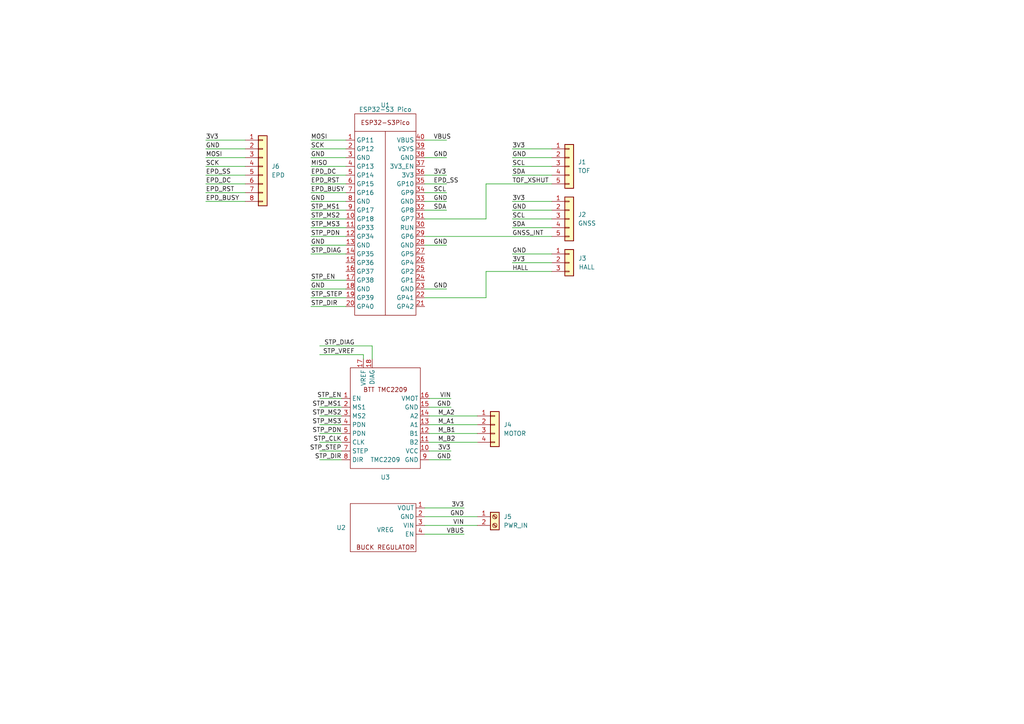
<source format=kicad_sch>
(kicad_sch (version 20230121) (generator eeschema)
  (paper "A4")
  (lib_symbols
    (symbol "Akbar:BTT_TMC2209"
      (property "Reference" "U" (at 0 0 0))
      (symbol "BTT_TMC2209_0_1"
        (rectangle (start -10.16 2.54) (end 10.16 -26.67))
      )
      (symbol "BTT_TMC2209_1_1"
        (text "BTT TMC2209\n" (at 0 -3.81 0) (effects (font (size 1.27 1.27))))
        (pin input line (at -12.7 -6.35 0) (length 2.54) (name "EN") (number "1"))
        (pin power_in line (at 12.7 -21.59 180) (length 2.54) (name "VCC") (number "10"))
        (pin power_out line (at 12.7 -19.05 180) (length 2.54) (name "B2") (number "11"))
        (pin power_out line (at 12.7 -16.51 180) (length 2.54) (name "B1") (number "12"))
        (pin power_out line (at 12.7 -13.97 180) (length 2.54) (name "A1") (number "13"))
        (pin power_out line (at 12.7 -11.43 180) (length 2.54) (name "A2") (number "14"))
        (pin power_in line (at 12.7 -8.89 180) (length 2.54) (name "GND") (number "15"))
        (pin power_in line (at 12.7 -6.35 180) (length 2.54) (name "VMOT") (number "16"))
        (pin output line (at -6.35 5.08 270) (length 2.54) (name "VREF") (number "17"))
        (pin output line (at -3.81 5.08 270) (length 2.54) (name "DIAG") (number "18"))
        (pin input line (at -12.7 -8.89 0) (length 2.54) (name "MS1") (number "2"))
        (pin input line (at -12.7 -11.43 0) (length 2.54) (name "MS2") (number "3"))
        (pin input line (at -12.7 -13.97 0) (length 2.54) (name "PDN") (number "4"))
        (pin input line (at -12.7 -16.51 0) (length 2.54) (name "PDN") (number "5"))
        (pin input line (at -12.7 -19.05 0) (length 2.54) (name "CLK") (number "6"))
        (pin input line (at -12.7 -21.59 0) (length 2.54) (name "STEP") (number "7"))
        (pin input line (at -12.7 -24.13 0) (length 2.54) (name "DIR") (number "8"))
        (pin power_in line (at 12.7 -24.13 180) (length 2.54) (name "GND") (number "9"))
      )
    )
    (symbol "Akbar:Buck_Regulator"
      (property "Reference" "U" (at 0 0 0))
      (symbol "Buck_Regulator_0_1"
        (rectangle (start -8.89 6.35) (end 10.16 -7.62))
      )
      (symbol "Buck_Regulator_1_1"
        (text "BUCK REGULATOR" (at 0 5.08 0) (effects (font (size 1.27 1.27))))
        (pin power_out line (at -11.43 -6.35 0) (length 2.54) (name "VOUT") (number "1"))
        (pin power_in line (at -11.43 -3.81 0) (length 2.54) (name "GND") (number "2"))
        (pin power_in line (at -11.43 -1.27 0) (length 2.54) (name "VIN") (number "3"))
        (pin input line (at -11.43 1.27 0) (length 2.54) (name "EN") (number "4"))
      )
    )
    (symbol "Akbar:Waveshare_ESP32-S3_Pico"
      (property "Reference" "U" (at 0 0 0))
      (symbol "Waveshare_ESP32-S3_Pico_0_1"
        (rectangle (start -8.89 5.08) (end 8.89 -53.34))
        (polyline (pts (xy -8.89 0) (xy 8.89 0)))
        (polyline (pts (xy 0 0) (xy 0 -53.34)))
      )
      (symbol "Waveshare_ESP32-S3_Pico_1_1"
        (text "ESP32-S3Pico" (at 0 2.54 0) (effects (font (size 1.27 1.27))))
        (pin bidirectional line (at -11.43 -2.54 0) (length 2.54) (name "GP11") (number "1"))
        (pin bidirectional line (at -11.43 -25.4 0) (length 2.54) (name "GP18") (number "10"))
        (pin bidirectional line (at -11.43 -27.94 0) (length 2.54) (name "GP33") (number "11"))
        (pin bidirectional line (at -11.43 -30.48 0) (length 2.54) (name "GP34") (number "12"))
        (pin power_in line (at -11.43 -33.02 0) (length 2.54) (name "GND") (number "13"))
        (pin bidirectional line (at -11.43 -35.56 0) (length 2.54) (name "GP35") (number "14"))
        (pin bidirectional line (at -11.43 -38.1 0) (length 2.54) (name "GP36") (number "15"))
        (pin bidirectional line (at -11.43 -40.64 0) (length 2.54) (name "GP37") (number "16"))
        (pin bidirectional line (at -11.43 -43.18 0) (length 2.54) (name "GP38") (number "17"))
        (pin power_in line (at -11.43 -45.72 0) (length 2.54) (name "GND") (number "18"))
        (pin bidirectional line (at -11.43 -48.26 0) (length 2.54) (name "GP39") (number "19"))
        (pin bidirectional line (at -11.43 -5.08 0) (length 2.54) (name "GP12") (number "2"))
        (pin bidirectional line (at -11.43 -50.8 0) (length 2.54) (name "GP40") (number "20"))
        (pin bidirectional line (at 11.43 -50.8 180) (length 2.54) (name "GP42") (number "21"))
        (pin bidirectional line (at 11.43 -48.26 180) (length 2.54) (name "GP41") (number "22"))
        (pin power_in line (at 11.43 -45.72 180) (length 2.54) (name "GND") (number "23"))
        (pin bidirectional line (at 11.43 -43.18 180) (length 2.54) (name "GP1") (number "24"))
        (pin bidirectional line (at 11.43 -40.64 180) (length 2.54) (name "GP2") (number "25"))
        (pin bidirectional line (at 11.43 -38.1 180) (length 2.54) (name "GP4") (number "26"))
        (pin bidirectional line (at 11.43 -35.56 180) (length 2.54) (name "GP5") (number "27"))
        (pin power_in line (at 11.43 -33.02 180) (length 2.54) (name "GND") (number "28"))
        (pin bidirectional line (at 11.43 -30.48 180) (length 2.54) (name "GP6") (number "29"))
        (pin power_in line (at -11.43 -7.62 0) (length 2.54) (name "GND") (number "3"))
        (pin input line (at 11.43 -27.94 180) (length 2.54) (name "RUN") (number "30"))
        (pin bidirectional line (at 11.43 -25.4 180) (length 2.54) (name "GP7") (number "31"))
        (pin bidirectional line (at 11.43 -22.86 180) (length 2.54) (name "GP8") (number "32"))
        (pin power_in line (at 11.43 -20.32 180) (length 2.54) (name "GND") (number "33"))
        (pin bidirectional line (at 11.43 -17.78 180) (length 2.54) (name "GP9") (number "34"))
        (pin bidirectional line (at 11.43 -15.24 180) (length 2.54) (name "GP10") (number "35"))
        (pin power_out line (at 11.43 -12.7 180) (length 2.54) (name "3V3") (number "36"))
        (pin input line (at 11.43 -10.16 180) (length 2.54) (name "3V3_EN") (number "37"))
        (pin power_in line (at 11.43 -7.62 180) (length 2.54) (name "GND") (number "38"))
        (pin power_in line (at 11.43 -5.08 180) (length 2.54) (name "VSYS") (number "39"))
        (pin bidirectional line (at -11.43 -10.16 0) (length 2.54) (name "GP13") (number "4"))
        (pin power_in line (at 11.43 -2.54 180) (length 2.54) (name "VBUS") (number "40"))
        (pin bidirectional line (at -11.43 -12.7 0) (length 2.54) (name "GP14") (number "5"))
        (pin bidirectional line (at -11.43 -15.24 0) (length 2.54) (name "GP15") (number "6"))
        (pin bidirectional line (at -11.43 -17.78 0) (length 2.54) (name "GP16") (number "7"))
        (pin power_in line (at -11.43 -20.32 0) (length 2.54) (name "GND") (number "8"))
        (pin bidirectional line (at -11.43 -22.86 0) (length 2.54) (name "GP17") (number "9"))
      )
    )
    (symbol "Connector:Screw_Terminal_01x02" (pin_names (offset 1.016) hide)
      (property "Reference" "J" (at 0 2.54 0))
      (property "Value" "Screw_Terminal_01x02" (at 0 -5.08 0))
      (symbol "Screw_Terminal_01x02_1_1"
        (rectangle (start -1.27 1.27) (end 1.27 -3.81) (stroke (width 0.254)) (fill (type background)))
        (circle (center 0 -2.54) (radius 0.635) (stroke (width 0.1524)))
        (polyline (pts (xy -0.5334 -2.2098) (xy 0.3302 -3.048)) (stroke (width 0.1524)))
        (polyline (pts (xy -0.5334 0.3302) (xy 0.3302 -0.508)) (stroke (width 0.1524)))
        (polyline (pts (xy -0.3556 -2.032) (xy 0.508 -2.8702)) (stroke (width 0.1524)))
        (polyline (pts (xy -0.3556 0.508) (xy 0.508 -0.3302)) (stroke (width 0.1524)))
        (circle (center 0 0) (radius 0.635) (stroke (width 0.1524)))
        (pin passive line (at -5.08 0 0) (length 3.81) (name "Pin_1") (number "1"))
        (pin passive line (at -5.08 -2.54 0) (length 3.81) (name "Pin_2") (number "2"))
      )
    )
    (symbol "SparkFun-Connector:Conn_01x03" (pin_names (offset 1.016) hide)
      (symbol "Conn_01x03_1_1"
        (rectangle (start -1.27 -2.413) (end 0 -2.667) (stroke (width 0.1524)))
        (rectangle (start -1.27 0.127) (end 0 -0.127) (stroke (width 0.1524)))
        (rectangle (start -1.27 2.667) (end 0 2.413) (stroke (width 0.1524)))
        (rectangle (start -1.27 3.81) (end 1.27 -3.81) (stroke (width 0.254)) (fill (type background)))
        (pin passive line (at -5.08 2.54 0) (length 3.81) (name "Pin_1") (number "1"))
        (pin passive line (at -5.08 0 0) (length 3.81) (name "Pin_2") (number "2"))
        (pin passive line (at -5.08 -2.54 0) (length 3.81) (name "Pin_3") (number "3"))
      )
    )
    (symbol "SparkFun-Connector:Conn_01x04" (pin_names (offset 1.016) hide)
      (property "Reference" "J" (at 0 5.08 0))
      (property "Value" "Conn_01x04" (at 0 -7.62 0))
      (symbol "Conn_01x04_1_1"
        (rectangle (start -1.27 -4.953) (end 0 -5.207) (stroke (width 0.1524)))
        (rectangle (start -1.27 -2.413) (end 0 -2.667) (stroke (width 0.1524)))
        (rectangle (start -1.27 0.127) (end 0 -0.127) (stroke (width 0.1524)))
        (rectangle (start -1.27 2.667) (end 0 2.413) (stroke (width 0.1524)))
        (rectangle (start -1.27 3.81) (end 1.27 -6.35) (stroke (width 0.254)) (fill (type background)))
        (pin passive line (at -5.08 2.54 0) (length 3.81) (name "Pin_1") (number "1"))
        (pin passive line (at -5.08 0 0) (length 3.81) (name "Pin_2") (number "2"))
        (pin passive line (at -5.08 -2.54 0) (length 3.81) (name "Pin_3") (number "3"))
        (pin passive line (at -5.08 -5.08 0) (length 3.81) (name "Pin_4") (number "4"))
      )
    )
    (symbol "SparkFun-Connector:Conn_01x05" (pin_names (offset 1.016) hide)
      (property "Reference" "J" (at 0 7.62 0))
      (property "Value" "Conn_01x05" (at 0 -7.62 0))
      (symbol "Conn_01x05_1_1"
        (rectangle (start -1.27 -4.953) (end 0 -5.207) (stroke (width 0.1524)))
        (rectangle (start -1.27 -2.413) (end 0 -2.667) (stroke (width 0.1524)))
        (rectangle (start -1.27 0.127) (end 0 -0.127) (stroke (width 0.1524)))
        (rectangle (start -1.27 2.667) (end 0 2.413) (stroke (width 0.1524)))
        (rectangle (start -1.27 5.207) (end 0 4.953) (stroke (width 0.1524)))
        (rectangle (start -1.27 6.35) (end 1.27 -6.35) (stroke (width 0.254)) (fill (type background)))
        (pin passive line (at -5.08 5.08 0) (length 3.81) (name "Pin_1") (number "1"))
        (pin passive line (at -5.08 2.54 0) (length 3.81) (name "Pin_2") (number "2"))
        (pin passive line (at -5.08 0 0) (length 3.81) (name "Pin_3") (number "3"))
        (pin passive line (at -5.08 -2.54 0) (length 3.81) (name "Pin_4") (number "4"))
        (pin passive line (at -5.08 -5.08 0) (length 3.81) (name "Pin_5") (number "5"))
      )
    )
    (symbol "SparkFun-Connector:Conn_01x08" (pin_names (offset 1.016) hide)
      (property "Reference" "J" (at 0 10.16 0))
      (property "Value" "Conn_01x08" (at 0 -12.7 0))
      (symbol "Conn_01x08_1_1"
        (rectangle (start -1.27 -10.033) (end 0 -10.287) (stroke (width 0.1524)))
        (rectangle (start -1.27 -7.493) (end 0 -7.747) (stroke (width 0.1524)))
        (rectangle (start -1.27 -4.953) (end 0 -5.207) (stroke (width 0.1524)))
        (rectangle (start -1.27 -2.413) (end 0 -2.667) (stroke (width 0.1524)))
        (rectangle (start -1.27 0.127) (end 0 -0.127) (stroke (width 0.1524)))
        (rectangle (start -1.27 2.667) (end 0 2.413) (stroke (width 0.1524)))
        (rectangle (start -1.27 5.207) (end 0 4.953) (stroke (width 0.1524)))
        (rectangle (start -1.27 7.747) (end 0 7.493) (stroke (width 0.1524)))
        (rectangle (start -1.27 8.89) (end 1.27 -11.43) (stroke (width 0.254)) (fill (type background)))
        (pin passive line (at -5.08 7.62 0) (length 3.81) (name "Pin_1") (number "1"))
        (pin passive line (at -5.08 5.08 0) (length 3.81) (name "Pin_2") (number "2"))
        (pin passive line (at -5.08 2.54 0) (length 3.81) (name "Pin_3") (number "3"))
        (pin passive line (at -5.08 0 0) (length 3.81) (name "Pin_4") (number "4"))
        (pin passive line (at -5.08 -2.54 0) (length 3.81) (name "Pin_5") (number "5"))
        (pin passive line (at -5.08 -5.08 0) (length 3.81) (name "Pin_6") (number "6"))
        (pin passive line (at -5.08 -7.62 0) (length 3.81) (name "Pin_7") (number "7"))
        (pin passive line (at -5.08 -10.16 0) (length 3.81) (name "Pin_8") (number "8"))
      )
    )
  )
  (wire (pts (xy 134.62 147.32) (xy 123.19 147.32)))
  (wire (pts (xy 130.81 133.35) (xy 124.46 133.35)))
  (wire (pts (xy 105.41 102.87) (xy 105.41 104.14)))
  (wire (pts (xy 59.69 45.72) (xy 71.12 45.72)))
  (wire (pts (xy 90.17 40.64) (xy 100.33 40.64)))
  (wire (pts (xy 90.17 53.34) (xy 100.33 53.34)))
  (wire (pts (xy 99.06 133.35) (xy 92.71 133.35)))
  (wire (pts (xy 99.06 130.81) (xy 92.71 130.81)))
  (wire (pts (xy 123.19 71.12) (xy 129.54 71.12)))
  (wire (pts (xy 148.59 63.5) (xy 160.02 63.5)))
  (wire (pts (xy 123.19 68.58) (xy 160.02 68.58)))
  (wire (pts (xy 148.59 58.42) (xy 160.02 58.42)))
  (wire (pts (xy 148.59 73.66) (xy 160.02 73.66)))
  (wire (pts (xy 140.97 78.74) (xy 160.02 78.74)))
  (wire (pts (xy 90.17 48.26) (xy 100.33 48.26)))
  (wire (pts (xy 90.17 63.5) (xy 100.33 63.5)))
  (wire (pts (xy 99.06 128.27) (xy 92.71 128.27)))
  (wire (pts (xy 90.17 50.8) (xy 100.33 50.8)))
  (wire (pts (xy 99.06 125.73) (xy 92.71 125.73)))
  (wire (pts (xy 90.17 71.12) (xy 100.33 71.12)))
  (wire (pts (xy 59.69 48.26) (xy 71.12 48.26)))
  (wire (pts (xy 59.69 55.88) (xy 71.12 55.88)))
  (wire (pts (xy 90.17 45.72) (xy 100.33 45.72)))
  (wire (pts (xy 90.17 83.82) (xy 100.33 83.82)))
  (wire (pts (xy 90.17 55.88) (xy 100.33 55.88)))
  (wire (pts (xy 123.19 60.96) (xy 129.54 60.96)))
  (wire (pts (xy 123.19 63.5) (xy 140.97 63.5)))
  (wire (pts (xy 123.19 45.72) (xy 129.54 45.72)))
  (wire (pts (xy 123.19 149.86) (xy 138.43 149.86)))
  (wire (pts (xy 99.06 120.65) (xy 92.71 120.65)))
  (wire (pts (xy 90.17 73.66) (xy 100.33 73.66)))
  (wire (pts (xy 130.81 130.81) (xy 124.46 130.81)))
  (wire (pts (xy 123.19 40.64) (xy 129.54 40.64)))
  (wire (pts (xy 90.17 66.04) (xy 100.33 66.04)))
  (wire (pts (xy 140.97 53.34) (xy 160.02 53.34)))
  (wire (pts (xy 59.69 53.34) (xy 71.12 53.34)))
  (wire (pts (xy 59.69 43.18) (xy 71.12 43.18)))
  (wire (pts (xy 123.19 53.34) (xy 129.54 53.34)))
  (wire (pts (xy 130.81 115.57) (xy 124.46 115.57)))
  (wire (pts (xy 107.95 100.33) (xy 107.95 104.14)))
  (wire (pts (xy 148.59 66.04) (xy 160.02 66.04)))
  (wire (pts (xy 148.59 76.2) (xy 160.02 76.2)))
  (wire (pts (xy 124.46 120.65) (xy 138.43 120.65)))
  (wire (pts (xy 90.17 58.42) (xy 100.33 58.42)))
  (wire (pts (xy 90.17 68.58) (xy 100.33 68.58)))
  (wire (pts (xy 130.81 118.11) (xy 124.46 118.11)))
  (wire (pts (xy 123.19 55.88) (xy 129.54 55.88)))
  (wire (pts (xy 107.95 100.33) (xy 92.71 100.33)))
  (wire (pts (xy 140.97 63.5) (xy 140.97 53.34)))
  (wire (pts (xy 123.19 50.8) (xy 129.54 50.8)))
  (wire (pts (xy 148.59 45.72) (xy 160.02 45.72)))
  (wire (pts (xy 123.19 152.4) (xy 138.43 152.4)))
  (wire (pts (xy 99.06 118.11) (xy 92.71 118.11)))
  (wire (pts (xy 140.97 86.36) (xy 140.97 78.74)))
  (wire (pts (xy 123.19 58.42) (xy 129.54 58.42)))
  (wire (pts (xy 90.17 60.96) (xy 100.33 60.96)))
  (wire (pts (xy 99.06 115.57) (xy 92.71 115.57)))
  (wire (pts (xy 123.19 86.36) (xy 140.97 86.36)))
  (wire (pts (xy 124.46 123.19) (xy 138.43 123.19)))
  (wire (pts (xy 148.59 48.26) (xy 160.02 48.26)))
  (wire (pts (xy 123.19 83.82) (xy 129.54 83.82)))
  (wire (pts (xy 124.46 128.27) (xy 138.43 128.27)))
  (wire (pts (xy 59.69 50.8) (xy 71.12 50.8)))
  (wire (pts (xy 90.17 86.36) (xy 100.33 86.36)))
  (wire (pts (xy 92.71 102.87) (xy 105.41 102.87)))
  (wire (pts (xy 99.06 123.19) (xy 92.71 123.19)))
  (wire (pts (xy 148.59 50.8) (xy 160.02 50.8)))
  (wire (pts (xy 59.69 58.42) (xy 71.12 58.42)))
  (wire (pts (xy 123.19 154.94) (xy 134.62 154.94)))
  (wire (pts (xy 148.59 60.96) (xy 160.02 60.96)))
  (wire (pts (xy 90.17 88.9) (xy 100.33 88.9)))
  (wire (pts (xy 148.59 43.18) (xy 160.02 43.18)))
  (wire (pts (xy 90.17 43.18) (xy 100.33 43.18)))
  (wire (pts (xy 124.46 125.73) (xy 138.43 125.73)))
  (wire (pts (xy 90.17 81.28) (xy 100.33 81.28)))
  (wire (pts (xy 59.69 40.64) (xy 71.12 40.64)))
  (label "M_B1" (at 127 125.73 0))
  (label "GND" (at 59.69 43.18 0))
  (label "GND" (at 90.17 71.12 0))
  (label "SDA" (at 148.59 66.04 0))
  (label "EPD_RST" (at 59.69 55.88 0))
  (label "STP_PDN" (at 99.06 125.73 180))
  (label "SDA" (at 125.73 60.96 0))
  (label "EPD_SS" (at 125.73 53.34 0))
  (label "STP_MS1" (at 90.17 60.96 0))
  (label "SCK" (at 59.69 48.26 0))
  (label "VBUS" (at 125.73 40.64 0))
  (label "STP_MS3" (at 99.06 123.19 180))
  (label "3V3" (at 148.59 58.42 0))
  (label "GND" (at 134.62 149.86 180))
  (label "STP_DIR" (at 99.06 133.35 180))
  (label "STP_PDN" (at 90.17 68.58 0))
  (label "EPD_DC" (at 90.17 50.8 0))
  (label "STP_DIR" (at 90.17 88.9 0))
  (label "3V3" (at 59.69 40.64 0))
  (label "GND" (at 125.73 58.42 0))
  (label "GND" (at 125.73 83.82 0))
  (label "GND" (at 125.73 45.72 0))
  (label "STP_DIAG" (at 90.17 73.66 0))
  (label "GND" (at 148.59 73.66 0))
  (label "EPD_BUSY" (at 59.69 58.42 0))
  (label "HALL" (at 148.59 78.74 0))
  (label "GND" (at 130.81 133.35 180))
  (label "3V3" (at 125.73 50.8 0))
  (label "SCK" (at 90.17 43.18 0))
  (label "M_A2" (at 127 120.65 0))
  (label "GND" (at 90.17 45.72 0))
  (label "SDA" (at 148.59 50.8 0))
  (label "STP_VREF" (at 102.87 102.87 180))
  (label "STP_MS3" (at 90.17 66.04 0))
  (label "3V3" (at 134.62 147.32 180))
  (label "MISO" (at 90.17 48.26 0))
  (label "EPD_DC" (at 59.69 53.34 0))
  (label "GND" (at 90.17 58.42 0))
  (label "EPD_BUSY" (at 90.17 55.88 0))
  (label "SCL" (at 125.73 55.88 0))
  (label "GND" (at 148.59 45.72 0))
  (label "STP_CLK" (at 99.06 128.27 180))
  (label "GND" (at 125.73 71.12 0))
  (label "STP_EN" (at 99.06 115.57 180))
  (label "GND" (at 90.17 83.82 0))
  (label "STP_STEP" (at 99.06 130.81 180))
  (label "3V3" (at 148.59 76.2 0))
  (label "EPD_SS" (at 59.69 50.8 0))
  (label "STP_MS2" (at 99.06 120.65 180))
  (label "M_A1" (at 127 123.19 0))
  (label "VBUS" (at 134.62 154.94 180))
  (label "SCL" (at 148.59 48.26 0))
  (label "MOSI" (at 90.17 40.64 0))
  (label "GND" (at 130.81 118.11 180))
  (label "STP_MS1" (at 99.06 118.11 180))
  (label "GNSS_INT" (at 148.59 68.58 0))
  (label "STP_DIAG" (at 102.87 100.33 180))
  (label "VIN" (at 134.62 152.4 180))
  (label "3V3" (at 148.59 43.18 0))
  (label "TOF_XSHUT" (at 148.59 53.34 0))
  (label "STP_STEP" (at 90.17 86.36 0))
  (label "EPD_RST" (at 90.17 53.34 0))
  (label "MOSI" (at 59.69 45.72 0))
  (label "3V3" (at 127 130.81 0))
  (label "STP_EN" (at 90.17 81.28 0))
  (label "SCL" (at 148.59 63.5 0))
  (label "VIN" (at 130.81 115.57 180))
  (label "GND" (at 148.59 60.96 0))
  (label "M_B2" (at 127 128.27 0))
  (label "STP_MS2" (at 90.17 63.5 0))
  (symbol (lib_id "Connector:Screw_Terminal_01x02") (at 143.51 149.86 0) (unit 1)
    (property "Reference" "J5" (at 146.05 149.86 0) (effects (justify left)))
    (property "Value" "PWR_IN" (at 146.05 152.4 0) (effects (justify left)))
    (property "Footprint" "TerminalBlock_4Ucon:TerminalBlock_4Ucon_1x02_P3.50mm_Horizontal" (effects hide))
  )
  (symbol (lib_id "SparkFun-Connector:Conn_01x05") (at 165.1 63.5 0) (unit 1)
    (property "Reference" "J2" (at 167.64 62.23 0) (effects (justify left)))
    (property "Value" "GNSS" (at 167.64 64.77 0) (effects (justify left)))
    (property "Footprint" "SparkFun-Connector:1X05" (effects hide))
  )
  (symbol (lib_id "Akbar:Waveshare_ESP32-S3_Pico") (at 111.76 38.1 0) (unit 1)
    (property "Reference" "U1" (at 111.76 30.48 0))
    (property "Value" "ESP32-S3 Pico" (at 111.76 31.75 0))
    (property "Footprint" "Akbar:Waveshare ESP32-S3 Pico" (effects hide))
  )
  (symbol (lib_id "Akbar:Buck_Regulator") (at 111.76 153.67 180) (unit 1)
    (property "Reference" "U2" (at 100.33 153.035 0) (effects (justify left)))
    (property "Value" "VREG" (at 111.76 153.67 0))
    (property "Footprint" "Akbar:Buck Regulator" (effects hide))
  )
  (symbol (lib_id "Akbar:BTT_TMC2209") (at 111.76 109.22 0) (unit 1)
    (property "Reference" "U3" (at 111.76 138.43 0))
    (property "Value" "TMC2209" (at 111.76 133.35 0))
    (property "Footprint" "Akbar:BTT TMC2209" (effects hide))
  )
  (symbol (lib_id "SparkFun-Connector:Conn_01x05") (at 165.1 48.26 0) (unit 1)
    (property "Reference" "J1" (at 167.64 46.99 0) (effects (justify left)))
    (property "Value" "TOF" (at 167.64 49.53 0) (effects (justify left)))
    (property "Footprint" "SparkFun-Connector:1X05" (effects hide))
  )
  (symbol (lib_id "SparkFun-Connector:Conn_01x03") (at 165.1 76.2 0) (unit 1)
    (property "Reference" "J3" (at 168.91 74.93 0))
    (property "Value" "HALL" (at 170.18 77.47 0))
    (property "Footprint" "SparkFun-Connector:1X03" (effects hide))
  )
  (symbol (lib_id "SparkFun-Connector:Conn_01x04") (at 143.51 123.19 0) (unit 1)
    (property "Reference" "J4" (at 146.05 123.19 0) (effects (justify left)))
    (property "Value" "MOTOR" (at 146.05 125.73 0) (effects (justify left)))
    (property "Footprint" "SparkFun-Connector:1X04" (effects hide))
  )
  (symbol (lib_id "SparkFun-Connector:Conn_01x08") (at 76.2 48.26 0) (unit 1)
    (property "Reference" "J6" (at 78.74 48.26 0) (effects (justify left)))
    (property "Value" "EPD" (at 78.74 50.8 0) (effects (justify left)))
    (property "Footprint" "SparkFun-Connector:1X08" (effects hide))
  )
)
</source>
